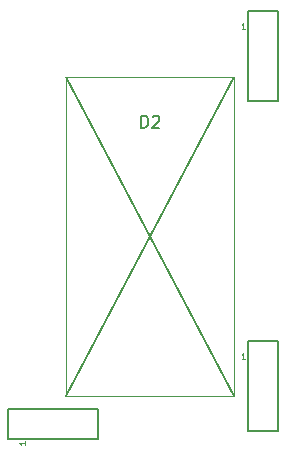
<source format=gbr>
G04 #@! TF.GenerationSoftware,KiCad,Pcbnew,(6.0.0-rc1-dev-205-gc0615c5ef)*
G04 #@! TF.CreationDate,2018-08-06T10:52:03+02:00*
G04 #@! TF.ProjectId,DIODECOVER01B,44494F4445434F5645523031422E6B69,REV*
G04 #@! TF.SameCoordinates,Original*
G04 #@! TF.FileFunction,Legend,Top*
G04 #@! TF.FilePolarity,Positive*
%FSLAX46Y46*%
G04 Gerber Fmt 4.6, Leading zero omitted, Abs format (unit mm)*
G04 Created by KiCad (PCBNEW (6.0.0-rc1-dev-205-gc0615c5ef)) date 08/06/18 10:52:03*
%MOMM*%
%LPD*%
G01*
G04 APERTURE LIST*
%ADD10C,0.150000*%
%ADD11C,0.100000*%
%ADD12C,0.050000*%
G04 APERTURE END LIST*
D10*
G04 #@! TO.C,J1*
X6985000Y2540000D02*
X6985000Y5080000D01*
X6985000Y5080000D02*
X14605000Y5080000D01*
X14605000Y5080000D02*
X14605000Y2540000D01*
X14605000Y2540000D02*
X6985000Y2540000D01*
G04 #@! TO.C,J2*
X27305000Y3175000D02*
X27305000Y10795000D01*
X29845000Y3175000D02*
X27305000Y3175000D01*
X29845000Y10795000D02*
X29845000Y3175000D01*
X27305000Y10795000D02*
X29845000Y10795000D01*
G04 #@! TO.C,J3*
X27305000Y38735000D02*
X29845000Y38735000D01*
X29845000Y38735000D02*
X29845000Y31115000D01*
X29845000Y31115000D02*
X27305000Y31115000D01*
X27305000Y31115000D02*
X27305000Y38735000D01*
D11*
G04 #@! TO.C,D2*
X26150000Y6140000D02*
X11950000Y6140000D01*
X26150000Y6140000D02*
X26150000Y33140000D01*
X26150000Y33140000D02*
X11950000Y33140000D01*
X11950000Y6140000D02*
X11950000Y33140000D01*
D10*
X26150000Y6140000D02*
X11950000Y33140000D01*
X11950000Y6140000D02*
X26150000Y33140000D01*
G04 #@! TO.C,J1*
D12*
X8481190Y2301857D02*
X8481190Y2016142D01*
X8481190Y2159000D02*
X7981190Y2159000D01*
X8052619Y2111380D01*
X8100238Y2063761D01*
X8124047Y2016142D01*
G04 #@! TO.C,J2*
X27066857Y9298809D02*
X26781142Y9298809D01*
X26924000Y9298809D02*
X26924000Y9798809D01*
X26876380Y9727380D01*
X26828761Y9679761D01*
X26781142Y9655952D01*
G04 #@! TO.C,J3*
X27066857Y37238809D02*
X26781142Y37238809D01*
X26924000Y37238809D02*
X26924000Y37738809D01*
X26876380Y37667380D01*
X26828761Y37619761D01*
X26781142Y37595952D01*
G04 #@! TO.C,D2*
D10*
X18311904Y28877619D02*
X18311904Y29877619D01*
X18550000Y29877619D01*
X18692857Y29830000D01*
X18788095Y29734761D01*
X18835714Y29639523D01*
X18883333Y29449047D01*
X18883333Y29306190D01*
X18835714Y29115714D01*
X18788095Y29020476D01*
X18692857Y28925238D01*
X18550000Y28877619D01*
X18311904Y28877619D01*
X19264285Y29782380D02*
X19311904Y29830000D01*
X19407142Y29877619D01*
X19645238Y29877619D01*
X19740476Y29830000D01*
X19788095Y29782380D01*
X19835714Y29687142D01*
X19835714Y29591904D01*
X19788095Y29449047D01*
X19216666Y28877619D01*
X19835714Y28877619D01*
G04 #@! TD*
M02*

</source>
